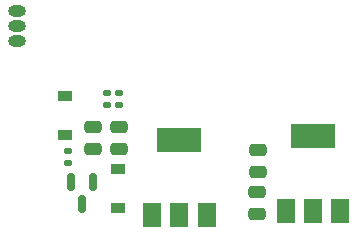
<source format=gbr>
%TF.GenerationSoftware,KiCad,Pcbnew,6.0.11-2627ca5db0~126~ubuntu22.04.1*%
%TF.CreationDate,2023-06-07T19:59:22+02:00*%
%TF.ProjectId,asac-fc-rev-b,61736163-2d66-4632-9d72-65762d622e6b,B*%
%TF.SameCoordinates,Original*%
%TF.FileFunction,Paste,Bot*%
%TF.FilePolarity,Positive*%
%FSLAX46Y46*%
G04 Gerber Fmt 4.6, Leading zero omitted, Abs format (unit mm)*
G04 Created by KiCad (PCBNEW 6.0.11-2627ca5db0~126~ubuntu22.04.1) date 2023-06-07 19:59:22*
%MOMM*%
%LPD*%
G01*
G04 APERTURE LIST*
G04 Aperture macros list*
%AMRoundRect*
0 Rectangle with rounded corners*
0 $1 Rounding radius*
0 $2 $3 $4 $5 $6 $7 $8 $9 X,Y pos of 4 corners*
0 Add a 4 corners polygon primitive as box body*
4,1,4,$2,$3,$4,$5,$6,$7,$8,$9,$2,$3,0*
0 Add four circle primitives for the rounded corners*
1,1,$1+$1,$2,$3*
1,1,$1+$1,$4,$5*
1,1,$1+$1,$6,$7*
1,1,$1+$1,$8,$9*
0 Add four rect primitives between the rounded corners*
20,1,$1+$1,$2,$3,$4,$5,0*
20,1,$1+$1,$4,$5,$6,$7,0*
20,1,$1+$1,$6,$7,$8,$9,0*
20,1,$1+$1,$8,$9,$2,$3,0*%
G04 Aperture macros list end*
%ADD10R,1.500000X2.000000*%
%ADD11R,3.800000X2.000000*%
%ADD12RoundRect,0.250000X0.475000X-0.250000X0.475000X0.250000X-0.475000X0.250000X-0.475000X-0.250000X0*%
%ADD13R,1.200000X0.900000*%
%ADD14RoundRect,0.135000X-0.185000X0.135000X-0.185000X-0.135000X0.185000X-0.135000X0.185000X0.135000X0*%
%ADD15O,1.500000X1.000000*%
%ADD16RoundRect,0.135000X0.185000X-0.135000X0.185000X0.135000X-0.185000X0.135000X-0.185000X-0.135000X0*%
%ADD17RoundRect,0.150000X-0.150000X0.587500X-0.150000X-0.587500X0.150000X-0.587500X0.150000X0.587500X0*%
G04 APERTURE END LIST*
D10*
%TO.C,U4*%
X134500000Y-133125000D03*
X132200000Y-133125000D03*
D11*
X132200000Y-126825000D03*
D10*
X129900000Y-133125000D03*
%TD*%
D12*
%TO.C,C22*%
X127490000Y-129890000D03*
X127490000Y-127990000D03*
%TD*%
D13*
%TO.C,D4*%
X115670000Y-129600000D03*
X115670000Y-132900000D03*
%TD*%
D12*
%TO.C,C20*%
X127450000Y-133425000D03*
X127450000Y-131525000D03*
%TD*%
D14*
%TO.C,R6*%
X114720000Y-123170000D03*
X114720000Y-124190000D03*
%TD*%
D12*
%TO.C,C21*%
X113550000Y-127950000D03*
X113550000Y-126050000D03*
%TD*%
D10*
%TO.C,U5*%
X123175000Y-133475000D03*
X120875000Y-133475000D03*
D11*
X120875000Y-127175000D03*
D10*
X118575000Y-133475000D03*
%TD*%
D15*
%TO.C,J14*%
X107150000Y-116240000D03*
X107150000Y-117510000D03*
X107150000Y-118780000D03*
%TD*%
D14*
%TO.C,R5*%
X115740000Y-123200000D03*
X115740000Y-124220000D03*
%TD*%
D13*
%TO.C,D5*%
X111160000Y-126750000D03*
X111160000Y-123450000D03*
%TD*%
D12*
%TO.C,C23*%
X115770000Y-127920000D03*
X115770000Y-126020000D03*
%TD*%
D16*
%TO.C,R14*%
X111420000Y-129110000D03*
X111420000Y-128090000D03*
%TD*%
D17*
%TO.C,Q1*%
X111650000Y-130722500D03*
X113550000Y-130722500D03*
X112600000Y-132597500D03*
%TD*%
M02*

</source>
